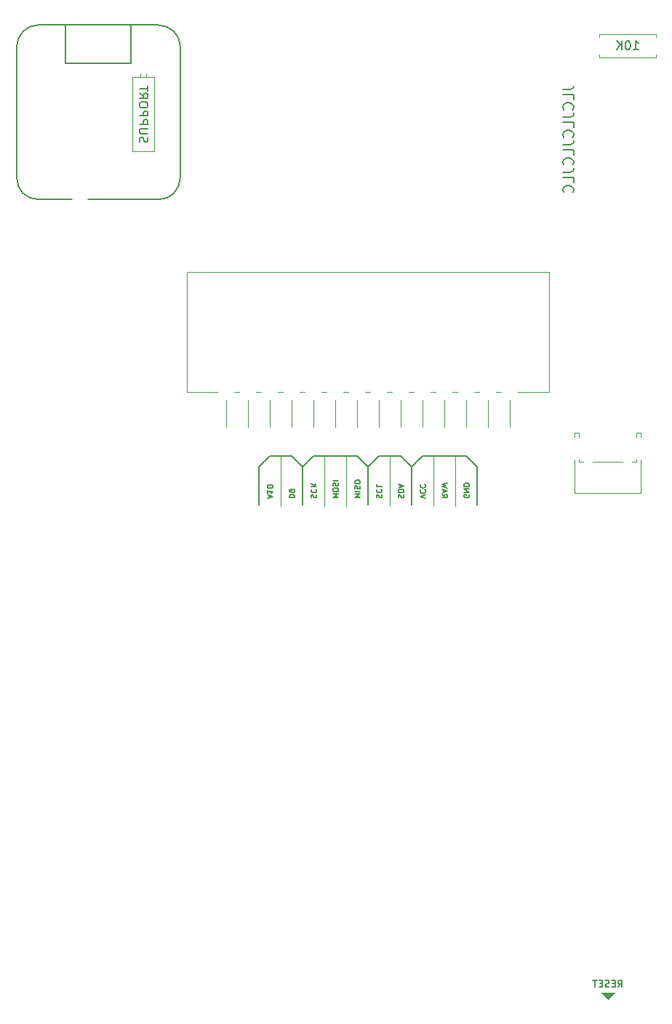
<source format=gbr>
G04 #@! TF.GenerationSoftware,KiCad,Pcbnew,(5.1.9-0-10_14)*
G04 #@! TF.CreationDate,2021-11-21T11:45:30-08:00*
G04 #@! TF.ProjectId,system_advance,73797374-656d-45f6-9164-76616e63652e,1.0-dev1*
G04 #@! TF.SameCoordinates,Original*
G04 #@! TF.FileFunction,Legend,Bot*
G04 #@! TF.FilePolarity,Positive*
%FSLAX46Y46*%
G04 Gerber Fmt 4.6, Leading zero omitted, Abs format (unit mm)*
G04 Created by KiCad (PCBNEW (5.1.9-0-10_14)) date 2021-11-21 11:45:30*
%MOMM*%
%LPD*%
G01*
G04 APERTURE LIST*
%ADD10C,0.100000*%
%ADD11C,0.200000*%
%ADD12C,0.150000*%
%ADD13C,0.120000*%
%ADD14C,0.127000*%
%ADD15C,0.609600*%
%ADD16C,1.801600*%
%ADD17O,1.801600X1.801600*%
%ADD18C,3.851600*%
%ADD19C,1.851600*%
%ADD20C,1.625600*%
%ADD21C,5.501599*%
%ADD22C,2.101600*%
%ADD23C,1.401600*%
%ADD24C,1.701600*%
%ADD25O,1.701600X1.701600*%
%ADD26C,2.201600*%
G04 APERTURE END LIST*
D10*
G36*
X135890000Y-225298000D02*
G01*
X135128000Y-224536000D01*
X136652000Y-224536000D01*
X135890000Y-225298000D01*
G37*
X135890000Y-225298000D02*
X135128000Y-224536000D01*
X136652000Y-224536000D01*
X135890000Y-225298000D01*
D11*
X130633476Y-119402761D02*
X131526333Y-119402761D01*
X131704904Y-119343238D01*
X131823952Y-119224190D01*
X131883476Y-119045619D01*
X131883476Y-118926571D01*
X131883476Y-120593238D02*
X131883476Y-119998000D01*
X130633476Y-119998000D01*
X131764428Y-121724190D02*
X131823952Y-121664666D01*
X131883476Y-121486095D01*
X131883476Y-121367047D01*
X131823952Y-121188476D01*
X131704904Y-121069428D01*
X131585857Y-121009904D01*
X131347761Y-120950380D01*
X131169190Y-120950380D01*
X130931095Y-121009904D01*
X130812047Y-121069428D01*
X130693000Y-121188476D01*
X130633476Y-121367047D01*
X130633476Y-121486095D01*
X130693000Y-121664666D01*
X130752523Y-121724190D01*
X130633476Y-122617047D02*
X131526333Y-122617047D01*
X131704904Y-122557523D01*
X131823952Y-122438476D01*
X131883476Y-122259904D01*
X131883476Y-122140857D01*
X131883476Y-123807523D02*
X131883476Y-123212285D01*
X130633476Y-123212285D01*
X131764428Y-124938476D02*
X131823952Y-124878952D01*
X131883476Y-124700380D01*
X131883476Y-124581333D01*
X131823952Y-124402761D01*
X131704904Y-124283714D01*
X131585857Y-124224190D01*
X131347761Y-124164666D01*
X131169190Y-124164666D01*
X130931095Y-124224190D01*
X130812047Y-124283714D01*
X130693000Y-124402761D01*
X130633476Y-124581333D01*
X130633476Y-124700380D01*
X130693000Y-124878952D01*
X130752523Y-124938476D01*
X130633476Y-125831333D02*
X131526333Y-125831333D01*
X131704904Y-125771809D01*
X131823952Y-125652761D01*
X131883476Y-125474190D01*
X131883476Y-125355142D01*
X131883476Y-127021809D02*
X131883476Y-126426571D01*
X130633476Y-126426571D01*
X131764428Y-128152761D02*
X131823952Y-128093238D01*
X131883476Y-127914666D01*
X131883476Y-127795619D01*
X131823952Y-127617047D01*
X131704904Y-127498000D01*
X131585857Y-127438476D01*
X131347761Y-127378952D01*
X131169190Y-127378952D01*
X130931095Y-127438476D01*
X130812047Y-127498000D01*
X130693000Y-127617047D01*
X130633476Y-127795619D01*
X130633476Y-127914666D01*
X130693000Y-128093238D01*
X130752523Y-128152761D01*
X130633476Y-129045619D02*
X131526333Y-129045619D01*
X131704904Y-128986095D01*
X131823952Y-128867047D01*
X131883476Y-128688476D01*
X131883476Y-128569428D01*
X131883476Y-130236095D02*
X131883476Y-129640857D01*
X130633476Y-129640857D01*
X131764428Y-131367047D02*
X131823952Y-131307523D01*
X131883476Y-131128952D01*
X131883476Y-131009904D01*
X131823952Y-130831333D01*
X131704904Y-130712285D01*
X131585857Y-130652761D01*
X131347761Y-130593238D01*
X131169190Y-130593238D01*
X130931095Y-130652761D01*
X130812047Y-130712285D01*
X130693000Y-130831333D01*
X130633476Y-131009904D01*
X130633476Y-131128952D01*
X130693000Y-131307523D01*
X130752523Y-131367047D01*
D12*
X137051904Y-223881904D02*
X137318571Y-223500952D01*
X137509047Y-223881904D02*
X137509047Y-223081904D01*
X137204285Y-223081904D01*
X137128095Y-223120000D01*
X137090000Y-223158095D01*
X137051904Y-223234285D01*
X137051904Y-223348571D01*
X137090000Y-223424761D01*
X137128095Y-223462857D01*
X137204285Y-223500952D01*
X137509047Y-223500952D01*
X136709047Y-223462857D02*
X136442380Y-223462857D01*
X136328095Y-223881904D02*
X136709047Y-223881904D01*
X136709047Y-223081904D01*
X136328095Y-223081904D01*
X136023333Y-223843809D02*
X135909047Y-223881904D01*
X135718571Y-223881904D01*
X135642380Y-223843809D01*
X135604285Y-223805714D01*
X135566190Y-223729523D01*
X135566190Y-223653333D01*
X135604285Y-223577142D01*
X135642380Y-223539047D01*
X135718571Y-223500952D01*
X135870952Y-223462857D01*
X135947142Y-223424761D01*
X135985238Y-223386666D01*
X136023333Y-223310476D01*
X136023333Y-223234285D01*
X135985238Y-223158095D01*
X135947142Y-223120000D01*
X135870952Y-223081904D01*
X135680476Y-223081904D01*
X135566190Y-223120000D01*
X135223333Y-223462857D02*
X134956666Y-223462857D01*
X134842380Y-223881904D02*
X135223333Y-223881904D01*
X135223333Y-223081904D01*
X134842380Y-223081904D01*
X134613809Y-223081904D02*
X134156666Y-223081904D01*
X134385238Y-223881904D02*
X134385238Y-223081904D01*
D10*
X118110000Y-162052000D02*
X118110000Y-167894000D01*
D12*
X95250000Y-163322000D02*
X95250000Y-167767000D01*
X96520000Y-162052000D02*
X99060000Y-162052000D01*
X101600000Y-162052000D02*
X106680000Y-162052000D01*
X100330000Y-163322000D02*
X101600000Y-162052000D01*
X107950000Y-163322000D02*
X106680000Y-162052000D01*
X107950000Y-163322000D02*
X107950000Y-167767000D01*
X107950000Y-163322000D02*
X109220000Y-162052000D01*
X113030000Y-163322000D02*
X113030000Y-167767000D01*
X109220000Y-162052000D02*
X111760000Y-162052000D01*
X113030000Y-163322000D02*
X111760000Y-162052000D01*
X113030000Y-163322000D02*
X114300000Y-162052000D01*
D10*
X102870000Y-162052000D02*
X102870000Y-167894000D01*
X105410000Y-162052000D02*
X105410000Y-167894000D01*
X110490000Y-162052000D02*
X110490000Y-167894000D01*
X115570000Y-162052000D02*
X115570000Y-167894000D01*
D12*
X100330000Y-163322000D02*
X100330000Y-167767000D01*
X100330000Y-163322000D02*
X99060000Y-162052000D01*
X95250000Y-163322000D02*
X96520000Y-162052000D01*
X120650000Y-163322000D02*
X119380000Y-162052000D01*
X114300000Y-162052000D02*
X119380000Y-162052000D01*
X120650000Y-163322000D02*
X120650000Y-167767000D01*
D10*
X97790000Y-162052000D02*
X97790000Y-167894000D01*
D13*
X129030000Y-154624000D02*
X129030000Y-140624000D01*
X129030000Y-154624000D02*
X86870000Y-154624000D01*
X124460000Y-159704000D02*
X124460000Y-154624000D01*
X121920000Y-159704000D02*
X121920000Y-154624000D01*
X119380000Y-159704000D02*
X119380000Y-154624000D01*
X116840000Y-159704000D02*
X116840000Y-154624000D01*
X114300000Y-159704000D02*
X114300000Y-154624000D01*
X111760000Y-159704000D02*
X111760000Y-154624000D01*
X109220000Y-159704000D02*
X109220000Y-154624000D01*
X106680000Y-159704000D02*
X106680000Y-154624000D01*
X104140000Y-159704000D02*
X104140000Y-154624000D01*
X101600000Y-159704000D02*
X101600000Y-154624000D01*
X99060000Y-159704000D02*
X99060000Y-154624000D01*
X96520000Y-159704000D02*
X96520000Y-154624000D01*
X93980000Y-159704000D02*
X93980000Y-154624000D01*
X91440000Y-159704000D02*
X91440000Y-154624000D01*
X86870000Y-154624000D02*
X86870000Y-140624000D01*
X129030000Y-140624000D02*
X86870000Y-140624000D01*
X80518000Y-126549000D02*
X80518000Y-117919000D01*
X81428000Y-117919000D02*
X81428000Y-117569000D01*
X82148000Y-117919000D02*
X82148000Y-117569000D01*
X83058000Y-126549000D02*
X83058000Y-117919000D01*
X80518000Y-117919000D02*
X83058000Y-117913000D01*
X80518000Y-126549000D02*
X83058000Y-126549000D01*
X134906000Y-115340000D02*
X134906000Y-115670000D01*
X134906000Y-115670000D02*
X141446000Y-115670000D01*
X141446000Y-115670000D02*
X141446000Y-115340000D01*
X134906000Y-113260000D02*
X134906000Y-112930000D01*
X134906000Y-112930000D02*
X141446000Y-112930000D01*
X141446000Y-112930000D02*
X141446000Y-113260000D01*
X132514000Y-162733000D02*
X132514000Y-162503000D01*
X131994000Y-166403000D02*
X139714000Y-166403000D01*
X139714000Y-166403000D02*
X139714000Y-162503000D01*
X131994000Y-159393000D02*
X132514000Y-159393000D01*
X131994000Y-166403000D02*
X131994000Y-162503000D01*
X139194000Y-162733000D02*
X139194000Y-162503000D01*
X132514000Y-159903000D02*
X132514000Y-159393000D01*
X131994000Y-159903000D02*
X131994000Y-159393000D01*
X138654000Y-162733000D02*
X139194000Y-162733000D01*
X139194000Y-159903000D02*
X139194000Y-159393000D01*
X139194000Y-159393000D02*
X139714000Y-159393000D01*
X139714000Y-159903000D02*
X139714000Y-159393000D01*
X132514000Y-162733000D02*
X133054000Y-162733000D01*
X134154000Y-162733000D02*
X137554000Y-162733000D01*
D12*
X69596000Y-132207000D02*
X83566000Y-132207000D01*
X69596000Y-111887000D02*
X83566000Y-111887000D01*
X86106000Y-129667000D02*
X86106000Y-114427000D01*
X67056000Y-129667000D02*
X67056000Y-114427000D01*
X72771000Y-111887000D02*
X72771000Y-116332000D01*
X72771000Y-116332000D02*
X80391000Y-116332000D01*
X80391000Y-116332000D02*
X80391000Y-111887000D01*
X67056000Y-129667000D02*
G75*
G03*
X69596000Y-132207000I2540000J0D01*
G01*
X69596000Y-111887000D02*
G75*
G03*
X67056000Y-114427000I0J-2540000D01*
G01*
X86106000Y-114427000D02*
G75*
G03*
X83566000Y-111887000I-2540000J0D01*
G01*
X83566000Y-132207000D02*
G75*
G03*
X86106000Y-129667000I0J2540000D01*
G01*
D14*
X119697500Y-166565640D02*
X119727738Y-166626116D01*
X119727738Y-166716830D01*
X119697500Y-166807545D01*
X119637023Y-166868021D01*
X119576547Y-166898259D01*
X119455595Y-166928497D01*
X119364880Y-166928497D01*
X119243928Y-166898259D01*
X119183452Y-166868021D01*
X119122976Y-166807545D01*
X119092738Y-166716830D01*
X119092738Y-166656354D01*
X119122976Y-166565640D01*
X119153214Y-166535402D01*
X119364880Y-166535402D01*
X119364880Y-166656354D01*
X119092738Y-166263259D02*
X119727738Y-166263259D01*
X119092738Y-165900402D01*
X119727738Y-165900402D01*
X119092738Y-165598021D02*
X119727738Y-165598021D01*
X119727738Y-165446830D01*
X119697500Y-165356116D01*
X119637023Y-165295640D01*
X119576547Y-165265402D01*
X119455595Y-165235164D01*
X119364880Y-165235164D01*
X119243928Y-165265402D01*
X119183452Y-165295640D01*
X119122976Y-165356116D01*
X119092738Y-165446830D01*
X119092738Y-165598021D01*
X111502976Y-166928497D02*
X111472738Y-166837783D01*
X111472738Y-166686592D01*
X111502976Y-166626116D01*
X111533214Y-166595878D01*
X111593690Y-166565640D01*
X111654166Y-166565640D01*
X111714642Y-166595878D01*
X111744880Y-166626116D01*
X111775119Y-166686592D01*
X111805357Y-166807545D01*
X111835595Y-166868021D01*
X111865833Y-166898259D01*
X111926309Y-166928497D01*
X111986785Y-166928497D01*
X112047261Y-166898259D01*
X112077500Y-166868021D01*
X112107738Y-166807545D01*
X112107738Y-166656354D01*
X112077500Y-166565640D01*
X111472738Y-166293497D02*
X112107738Y-166293497D01*
X112107738Y-166142307D01*
X112077500Y-166051592D01*
X112017023Y-165991116D01*
X111956547Y-165960878D01*
X111835595Y-165930640D01*
X111744880Y-165930640D01*
X111623928Y-165960878D01*
X111563452Y-165991116D01*
X111502976Y-166051592D01*
X111472738Y-166142307D01*
X111472738Y-166293497D01*
X111654166Y-165688735D02*
X111654166Y-165386354D01*
X111472738Y-165749211D02*
X112107738Y-165537545D01*
X111472738Y-165325878D01*
X103852738Y-166898259D02*
X104487738Y-166898259D01*
X104034166Y-166686592D01*
X104487738Y-166474926D01*
X103852738Y-166474926D01*
X104487738Y-166051592D02*
X104487738Y-165930640D01*
X104457500Y-165870164D01*
X104397023Y-165809688D01*
X104276071Y-165779450D01*
X104064404Y-165779450D01*
X103943452Y-165809688D01*
X103882976Y-165870164D01*
X103852738Y-165930640D01*
X103852738Y-166051592D01*
X103882976Y-166112069D01*
X103943452Y-166172545D01*
X104064404Y-166202783D01*
X104276071Y-166202783D01*
X104397023Y-166172545D01*
X104457500Y-166112069D01*
X104487738Y-166051592D01*
X103882976Y-165537545D02*
X103852738Y-165446830D01*
X103852738Y-165295640D01*
X103882976Y-165235164D01*
X103913214Y-165204926D01*
X103973690Y-165174688D01*
X104034166Y-165174688D01*
X104094642Y-165204926D01*
X104124880Y-165235164D01*
X104155119Y-165295640D01*
X104185357Y-165416592D01*
X104215595Y-165477069D01*
X104245833Y-165507307D01*
X104306309Y-165537545D01*
X104366785Y-165537545D01*
X104427261Y-165507307D01*
X104457500Y-165477069D01*
X104487738Y-165416592D01*
X104487738Y-165265402D01*
X104457500Y-165174688D01*
X103852738Y-164902545D02*
X104487738Y-164902545D01*
X114647738Y-166988973D02*
X114012738Y-166777307D01*
X114647738Y-166565640D01*
X114073214Y-165991116D02*
X114042976Y-166021354D01*
X114012738Y-166112069D01*
X114012738Y-166172545D01*
X114042976Y-166263259D01*
X114103452Y-166323735D01*
X114163928Y-166353973D01*
X114284880Y-166384211D01*
X114375595Y-166384211D01*
X114496547Y-166353973D01*
X114557023Y-166323735D01*
X114617500Y-166263259D01*
X114647738Y-166172545D01*
X114647738Y-166112069D01*
X114617500Y-166021354D01*
X114587261Y-165991116D01*
X114073214Y-165356116D02*
X114042976Y-165386354D01*
X114012738Y-165477069D01*
X114012738Y-165537545D01*
X114042976Y-165628259D01*
X114103452Y-165688735D01*
X114163928Y-165718973D01*
X114284880Y-165749211D01*
X114375595Y-165749211D01*
X114496547Y-165718973D01*
X114557023Y-165688735D01*
X114617500Y-165628259D01*
X114647738Y-165537545D01*
X114647738Y-165477069D01*
X114617500Y-165386354D01*
X114587261Y-165356116D01*
X101342976Y-166928497D02*
X101312738Y-166837783D01*
X101312738Y-166686592D01*
X101342976Y-166626116D01*
X101373214Y-166595878D01*
X101433690Y-166565640D01*
X101494166Y-166565640D01*
X101554642Y-166595878D01*
X101584880Y-166626116D01*
X101615119Y-166686592D01*
X101645357Y-166807545D01*
X101675595Y-166868021D01*
X101705833Y-166898259D01*
X101766309Y-166928497D01*
X101826785Y-166928497D01*
X101887261Y-166898259D01*
X101917500Y-166868021D01*
X101947738Y-166807545D01*
X101947738Y-166656354D01*
X101917500Y-166565640D01*
X101373214Y-165930640D02*
X101342976Y-165960878D01*
X101312738Y-166051592D01*
X101312738Y-166112069D01*
X101342976Y-166202783D01*
X101403452Y-166263259D01*
X101463928Y-166293497D01*
X101584880Y-166323735D01*
X101675595Y-166323735D01*
X101796547Y-166293497D01*
X101857023Y-166263259D01*
X101917500Y-166202783D01*
X101947738Y-166112069D01*
X101947738Y-166051592D01*
X101917500Y-165960878D01*
X101887261Y-165930640D01*
X101312738Y-165658497D02*
X101947738Y-165658497D01*
X101312738Y-165295640D02*
X101675595Y-165567783D01*
X101947738Y-165295640D02*
X101584880Y-165658497D01*
X106392738Y-166898259D02*
X107027738Y-166898259D01*
X106574166Y-166686592D01*
X107027738Y-166474926D01*
X106392738Y-166474926D01*
X106392738Y-166172545D02*
X107027738Y-166172545D01*
X106422976Y-165900402D02*
X106392738Y-165809688D01*
X106392738Y-165658497D01*
X106422976Y-165598021D01*
X106453214Y-165567783D01*
X106513690Y-165537545D01*
X106574166Y-165537545D01*
X106634642Y-165567783D01*
X106664880Y-165598021D01*
X106695119Y-165658497D01*
X106725357Y-165779450D01*
X106755595Y-165839926D01*
X106785833Y-165870164D01*
X106846309Y-165900402D01*
X106906785Y-165900402D01*
X106967261Y-165870164D01*
X106997500Y-165839926D01*
X107027738Y-165779450D01*
X107027738Y-165628259D01*
X106997500Y-165537545D01*
X107027738Y-165144450D02*
X107027738Y-165023497D01*
X106997500Y-164963021D01*
X106937023Y-164902545D01*
X106816071Y-164872307D01*
X106604404Y-164872307D01*
X106483452Y-164902545D01*
X106422976Y-164963021D01*
X106392738Y-165023497D01*
X106392738Y-165144450D01*
X106422976Y-165204926D01*
X106483452Y-165265402D01*
X106604404Y-165295640D01*
X106816071Y-165295640D01*
X106937023Y-165265402D01*
X106997500Y-165204926D01*
X107027738Y-165144450D01*
X108962976Y-166928497D02*
X108932738Y-166837783D01*
X108932738Y-166686592D01*
X108962976Y-166626116D01*
X108993214Y-166595878D01*
X109053690Y-166565640D01*
X109114166Y-166565640D01*
X109174642Y-166595878D01*
X109204880Y-166626116D01*
X109235119Y-166686592D01*
X109265357Y-166807545D01*
X109295595Y-166868021D01*
X109325833Y-166898259D01*
X109386309Y-166928497D01*
X109446785Y-166928497D01*
X109507261Y-166898259D01*
X109537500Y-166868021D01*
X109567738Y-166807545D01*
X109567738Y-166656354D01*
X109537500Y-166565640D01*
X108993214Y-165930640D02*
X108962976Y-165960878D01*
X108932738Y-166051592D01*
X108932738Y-166112069D01*
X108962976Y-166202783D01*
X109023452Y-166263259D01*
X109083928Y-166293497D01*
X109204880Y-166323735D01*
X109295595Y-166323735D01*
X109416547Y-166293497D01*
X109477023Y-166263259D01*
X109537500Y-166202783D01*
X109567738Y-166112069D01*
X109567738Y-166051592D01*
X109537500Y-165960878D01*
X109507261Y-165930640D01*
X108932738Y-165356116D02*
X108932738Y-165658497D01*
X109567738Y-165658497D01*
X98772738Y-166898259D02*
X99407738Y-166898259D01*
X99407738Y-166747069D01*
X99377500Y-166656354D01*
X99317023Y-166595878D01*
X99256547Y-166565640D01*
X99135595Y-166535402D01*
X99044880Y-166535402D01*
X98923928Y-166565640D01*
X98863452Y-166595878D01*
X98802976Y-166656354D01*
X98772738Y-166747069D01*
X98772738Y-166898259D01*
X98772738Y-166233021D02*
X98772738Y-166112069D01*
X98802976Y-166051592D01*
X98833214Y-166021354D01*
X98923928Y-165960878D01*
X99044880Y-165930640D01*
X99286785Y-165930640D01*
X99347261Y-165960878D01*
X99377500Y-165991116D01*
X99407738Y-166051592D01*
X99407738Y-166172545D01*
X99377500Y-166233021D01*
X99347261Y-166263259D01*
X99286785Y-166293497D01*
X99135595Y-166293497D01*
X99075119Y-166263259D01*
X99044880Y-166233021D01*
X99014642Y-166172545D01*
X99014642Y-166051592D01*
X99044880Y-165991116D01*
X99075119Y-165960878D01*
X99135595Y-165930640D01*
X96414166Y-166928497D02*
X96414166Y-166626116D01*
X96232738Y-166988973D02*
X96867738Y-166777307D01*
X96232738Y-166565640D01*
X96232738Y-166021354D02*
X96232738Y-166384211D01*
X96232738Y-166202783D02*
X96867738Y-166202783D01*
X96777023Y-166263259D01*
X96716547Y-166323735D01*
X96686309Y-166384211D01*
X96867738Y-165628259D02*
X96867738Y-165567783D01*
X96837500Y-165507307D01*
X96807261Y-165477069D01*
X96746785Y-165446830D01*
X96625833Y-165416592D01*
X96474642Y-165416592D01*
X96353690Y-165446830D01*
X96293214Y-165477069D01*
X96262976Y-165507307D01*
X96232738Y-165567783D01*
X96232738Y-165628259D01*
X96262976Y-165688735D01*
X96293214Y-165718973D01*
X96353690Y-165749211D01*
X96474642Y-165779450D01*
X96625833Y-165779450D01*
X96746785Y-165749211D01*
X96807261Y-165718973D01*
X96837500Y-165688735D01*
X96867738Y-165628259D01*
X116552738Y-166535402D02*
X116855119Y-166747069D01*
X116552738Y-166898259D02*
X117187738Y-166898259D01*
X117187738Y-166656354D01*
X117157500Y-166595878D01*
X117127261Y-166565640D01*
X117066785Y-166535402D01*
X116976071Y-166535402D01*
X116915595Y-166565640D01*
X116885357Y-166595878D01*
X116855119Y-166656354D01*
X116855119Y-166898259D01*
X116734166Y-166293497D02*
X116734166Y-165991116D01*
X116552738Y-166353973D02*
X117187738Y-166142307D01*
X116552738Y-165930640D01*
X117187738Y-165779450D02*
X116552738Y-165628259D01*
X117006309Y-165507307D01*
X116552738Y-165386354D01*
X117187738Y-165235164D01*
D12*
X81383238Y-125515285D02*
X81335619Y-125372428D01*
X81335619Y-125134333D01*
X81383238Y-125039095D01*
X81430857Y-124991476D01*
X81526095Y-124943857D01*
X81621333Y-124943857D01*
X81716571Y-124991476D01*
X81764190Y-125039095D01*
X81811809Y-125134333D01*
X81859428Y-125324809D01*
X81907047Y-125420047D01*
X81954666Y-125467666D01*
X82049904Y-125515285D01*
X82145142Y-125515285D01*
X82240380Y-125467666D01*
X82288000Y-125420047D01*
X82335619Y-125324809D01*
X82335619Y-125086714D01*
X82288000Y-124943857D01*
X82335619Y-124515285D02*
X81526095Y-124515285D01*
X81430857Y-124467666D01*
X81383238Y-124420047D01*
X81335619Y-124324809D01*
X81335619Y-124134333D01*
X81383238Y-124039095D01*
X81430857Y-123991476D01*
X81526095Y-123943857D01*
X82335619Y-123943857D01*
X81335619Y-123467666D02*
X82335619Y-123467666D01*
X82335619Y-123086714D01*
X82288000Y-122991476D01*
X82240380Y-122943857D01*
X82145142Y-122896238D01*
X82002285Y-122896238D01*
X81907047Y-122943857D01*
X81859428Y-122991476D01*
X81811809Y-123086714D01*
X81811809Y-123467666D01*
X81335619Y-122467666D02*
X82335619Y-122467666D01*
X82335619Y-122086714D01*
X82288000Y-121991476D01*
X82240380Y-121943857D01*
X82145142Y-121896238D01*
X82002285Y-121896238D01*
X81907047Y-121943857D01*
X81859428Y-121991476D01*
X81811809Y-122086714D01*
X81811809Y-122467666D01*
X82335619Y-121277190D02*
X82335619Y-121086714D01*
X82288000Y-120991476D01*
X82192761Y-120896238D01*
X82002285Y-120848619D01*
X81668952Y-120848619D01*
X81478476Y-120896238D01*
X81383238Y-120991476D01*
X81335619Y-121086714D01*
X81335619Y-121277190D01*
X81383238Y-121372428D01*
X81478476Y-121467666D01*
X81668952Y-121515285D01*
X82002285Y-121515285D01*
X82192761Y-121467666D01*
X82288000Y-121372428D01*
X82335619Y-121277190D01*
X81335619Y-119848619D02*
X81811809Y-120181952D01*
X81335619Y-120420047D02*
X82335619Y-120420047D01*
X82335619Y-120039095D01*
X82288000Y-119943857D01*
X82240380Y-119896238D01*
X82145142Y-119848619D01*
X82002285Y-119848619D01*
X81907047Y-119896238D01*
X81859428Y-119943857D01*
X81811809Y-120039095D01*
X81811809Y-120420047D01*
X82335619Y-119562904D02*
X82335619Y-118991476D01*
X81335619Y-119277190D02*
X82335619Y-119277190D01*
X138866476Y-114752380D02*
X139437904Y-114752380D01*
X139152190Y-114752380D02*
X139152190Y-113752380D01*
X139247428Y-113895238D01*
X139342666Y-113990476D01*
X139437904Y-114038095D01*
X138247428Y-113752380D02*
X138152190Y-113752380D01*
X138056952Y-113800000D01*
X138009333Y-113847619D01*
X137961714Y-113942857D01*
X137914095Y-114133333D01*
X137914095Y-114371428D01*
X137961714Y-114561904D01*
X138009333Y-114657142D01*
X138056952Y-114704761D01*
X138152190Y-114752380D01*
X138247428Y-114752380D01*
X138342666Y-114704761D01*
X138390285Y-114657142D01*
X138437904Y-114561904D01*
X138485523Y-114371428D01*
X138485523Y-114133333D01*
X138437904Y-113942857D01*
X138390285Y-113847619D01*
X138342666Y-113800000D01*
X138247428Y-113752380D01*
X137485523Y-114752380D02*
X137485523Y-113752380D01*
X136914095Y-114752380D02*
X137342666Y-114180952D01*
X136914095Y-113752380D02*
X137485523Y-114323809D01*
%LPC*%
D10*
G36*
X77597000Y-174498000D02*
G01*
X76200000Y-174244000D01*
X75438000Y-171577000D01*
X77597000Y-174498000D01*
G37*
X77597000Y-174498000D02*
X76200000Y-174244000D01*
X75438000Y-171577000D01*
X77597000Y-174498000D01*
G36*
X76581000Y-173990000D02*
G01*
X77343000Y-176657000D01*
X75184000Y-173736000D01*
X76581000Y-173990000D01*
G37*
X76581000Y-173990000D02*
X77343000Y-176657000D01*
X75184000Y-173736000D01*
X76581000Y-173990000D01*
D15*
X139621000Y-111506000D03*
X139621000Y-109474000D03*
X137843000Y-111506000D03*
X137843000Y-109474000D03*
X140510000Y-111506000D03*
X138732000Y-111506000D03*
X136954000Y-111506000D03*
X140510000Y-109474000D03*
X136954000Y-109474000D03*
X138732000Y-109474000D03*
X78057000Y-169926000D03*
X78057000Y-167894000D03*
X76279000Y-169926000D03*
X76279000Y-167894000D03*
X78946000Y-169926000D03*
X77168000Y-169926000D03*
X75390000Y-169926000D03*
X78946000Y-167894000D03*
X75390000Y-167894000D03*
X77168000Y-167894000D03*
X139621000Y-169926000D03*
X139621000Y-167894000D03*
X137843000Y-169926000D03*
X137843000Y-167894000D03*
X140510000Y-169926000D03*
X138732000Y-169926000D03*
X136954000Y-169926000D03*
X140510000Y-167894000D03*
X136954000Y-167894000D03*
X138732000Y-167894000D03*
X78057000Y-111506000D03*
X78057000Y-109474000D03*
X76279000Y-111506000D03*
X76279000Y-109474000D03*
X78946000Y-111506000D03*
X77168000Y-111506000D03*
X75390000Y-111506000D03*
X78946000Y-109474000D03*
X75390000Y-109474000D03*
X77168000Y-109474000D03*
D16*
X106680000Y-163449000D03*
D17*
X109220000Y-163449000D03*
X111760000Y-163449000D03*
X114300000Y-163449000D03*
D16*
X104140000Y-163449000D03*
D17*
X119380000Y-163449000D03*
X96520000Y-163449000D03*
X99060000Y-163449000D03*
X101600000Y-163449000D03*
X116840000Y-163449000D03*
D18*
X62103000Y-59309000D03*
X153797000Y-59309000D03*
X70002400Y-106172000D03*
X145897600Y-106172000D03*
D19*
X124460000Y-154624000D03*
X121920000Y-154624000D03*
X119380000Y-154624000D03*
X116840000Y-154624000D03*
X114300000Y-154624000D03*
X111760000Y-154624000D03*
X109220000Y-154624000D03*
X106680000Y-154624000D03*
X104140000Y-154624000D03*
X101600000Y-154624000D03*
X99060000Y-154624000D03*
X96520000Y-154624000D03*
X93980000Y-154624000D03*
X91440000Y-154624000D03*
X91440000Y-159704000D03*
X93980000Y-159704000D03*
X96520000Y-159704000D03*
X99060000Y-159704000D03*
X101600000Y-159704000D03*
X104140000Y-159704000D03*
X124460000Y-159704000D03*
X121920000Y-159704000D03*
X119380000Y-159704000D03*
X116840000Y-159704000D03*
X114300000Y-159704000D03*
X111760000Y-159704000D03*
X106680000Y-159704000D03*
X109220000Y-159704000D03*
D18*
X145897600Y-223012000D03*
X70002400Y-223012000D03*
X153797000Y-176149000D03*
D20*
X78282800Y-163703000D03*
X80772000Y-163703000D03*
X83261200Y-163703000D03*
D21*
X62103000Y-117729000D03*
D17*
X81788000Y-116459000D03*
D21*
X70002400Y-164592000D03*
X153797000Y-117729000D03*
G36*
G01*
X60301749Y-153222856D02*
X60301749Y-153222856D01*
G75*
G02*
X58749597Y-153712248I-1020772J531380D01*
G01*
X58749597Y-153712248D01*
G75*
G02*
X58260205Y-152160096I531380J1020772D01*
G01*
X58260205Y-152160096D01*
G75*
G02*
X59812357Y-151670704I1020772J-531380D01*
G01*
X59812357Y-151670704D01*
G75*
G02*
X60301749Y-153222856I-531380J-1020772D01*
G01*
G37*
G36*
G01*
X67568695Y-155765669D02*
X66552848Y-157717092D01*
G75*
G02*
X66484331Y-157738695I-45060J23457D01*
G01*
X64532908Y-156722848D01*
G75*
G02*
X64511305Y-156654331I23457J45060D01*
G01*
X65527152Y-154702908D01*
G75*
G02*
X65595669Y-154681305I45060J-23457D01*
G01*
X67547092Y-155697152D01*
G75*
G02*
X67568695Y-155765669I-23457J-45060D01*
G01*
G37*
G36*
G01*
X60301749Y-158556856D02*
X60301749Y-158556856D01*
G75*
G02*
X58749597Y-159046248I-1020772J531380D01*
G01*
X58749597Y-159046248D01*
G75*
G02*
X58260205Y-157494096I531380J1020772D01*
G01*
X58260205Y-157494096D01*
G75*
G02*
X59812357Y-157004704I1020772J-531380D01*
G01*
X59812357Y-157004704D01*
G75*
G02*
X60301749Y-158556856I-531380J-1020772D01*
G01*
G37*
G36*
G01*
X67568695Y-161099669D02*
X66552848Y-163051092D01*
G75*
G02*
X66484331Y-163072695I-45060J23457D01*
G01*
X64532908Y-162056848D01*
G75*
G02*
X64511305Y-161988331I23457J45060D01*
G01*
X65527152Y-160036908D01*
G75*
G02*
X65595669Y-160015305I45060J-23457D01*
G01*
X67547092Y-161031152D01*
G75*
G02*
X67568695Y-161099669I-23457J-45060D01*
G01*
G37*
D16*
X74450000Y-147320000D03*
X74450000Y-144780000D03*
X74450000Y-142240000D03*
X74450000Y-139700000D03*
X74450000Y-137160000D03*
X74450000Y-134620000D03*
X74450000Y-132080000D03*
D22*
X150550000Y-142875000D03*
X146050000Y-142875000D03*
X150550000Y-136375000D03*
X146050000Y-136375000D03*
X160329000Y-137922000D03*
X155829000Y-137922000D03*
X160329000Y-131422000D03*
X155829000Y-131422000D03*
X63464000Y-133298000D03*
X58964000Y-133298000D03*
X63464000Y-126798000D03*
X58964000Y-126798000D03*
X58964000Y-141022000D03*
X63464000Y-141022000D03*
X58964000Y-147522000D03*
X63464000Y-147522000D03*
X56352000Y-140410000D03*
X51852000Y-140410000D03*
X56352000Y-133910000D03*
X51852000Y-133910000D03*
X66076000Y-133910000D03*
X70576000Y-133910000D03*
X66076000Y-140410000D03*
X70576000Y-140410000D03*
D23*
X151892000Y-158115000D03*
X149638992Y-159287841D03*
X154145008Y-156942159D03*
D18*
X62103000Y-176149000D03*
D21*
X145897600Y-164592000D03*
D19*
X164298000Y-152273000D03*
X159298000Y-152273000D03*
D24*
X134366000Y-114300000D03*
D25*
X141986000Y-114300000D03*
D26*
X139364000Y-161213000D03*
D19*
X138104000Y-163703000D03*
X133604000Y-163703000D03*
D26*
X132354000Y-161213000D03*
D16*
X69596000Y-123317000D03*
X69596000Y-120777000D03*
X69596000Y-125857000D03*
X69596000Y-118237000D03*
M02*

</source>
